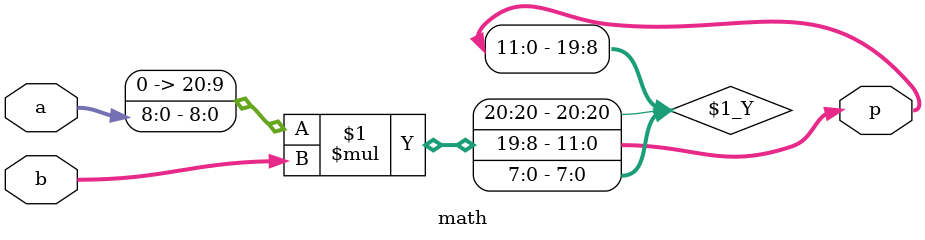
<source format=v>
module math(
  input signed [8:0] a,
  input signed [11:0] b,
  output signed [11:0] p);

  assign p = ({12'b0,a}*b)>>>8;
endmodule

</source>
